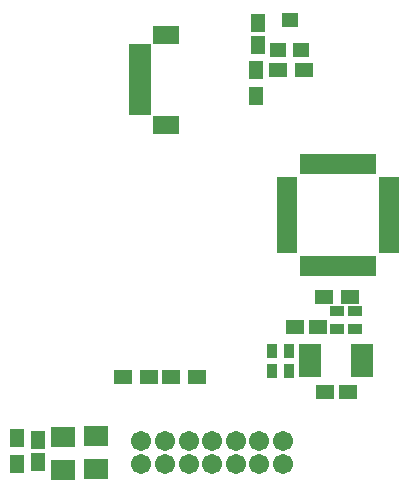
<source format=gbs>
G04 #@! TF.FileFunction,Soldermask,Bot*
%FSLAX46Y46*%
G04 Gerber Fmt 4.6, Leading zero omitted, Abs format (unit mm)*
G04 Created by KiCad (PCBNEW 4.0.6) date 08/27/17 11:03:30*
%MOMM*%
%LPD*%
G01*
G04 APERTURE LIST*
%ADD10C,0.100000*%
%ADD11R,1.850000X0.850000*%
%ADD12R,1.670000X0.933400*%
%ADD13R,0.933400X1.670000*%
%ADD14R,1.600000X1.150000*%
%ADD15R,1.300000X1.600000*%
%ADD16R,1.398220X1.299160*%
%ADD17R,1.150000X1.600000*%
%ADD18R,1.997660X1.799540*%
%ADD19R,1.600000X1.300000*%
%ADD20R,1.949400X0.999440*%
%ADD21R,2.198320X1.598880*%
%ADD22R,0.900000X1.300000*%
%ADD23R,1.300000X0.900000*%
%ADD24C,1.705560*%
G04 APERTURE END LIST*
D10*
D11*
X161223600Y-114622600D03*
X161223600Y-113972600D03*
X161223600Y-113322600D03*
X161223600Y-112672600D03*
X165623600Y-112672600D03*
X165623600Y-113322600D03*
X165623600Y-113972600D03*
X165623600Y-114622600D03*
D12*
X159334200Y-104153080D03*
X159334200Y-103352980D03*
X159334200Y-102552880D03*
X159334200Y-101752780D03*
X159334200Y-100955220D03*
X159334200Y-100155120D03*
X159334200Y-99355020D03*
X159334200Y-98554920D03*
D13*
X160827720Y-97061400D03*
X161627820Y-97061400D03*
X162427920Y-97061400D03*
X163228020Y-97061400D03*
X164025580Y-97061400D03*
X164825680Y-97061400D03*
X165625780Y-97061400D03*
X166425880Y-97061400D03*
D12*
X167916860Y-98554920D03*
X167916860Y-99355020D03*
X167916860Y-100155120D03*
X167916860Y-100955220D03*
X167916860Y-101752780D03*
X167916860Y-102552880D03*
X167916860Y-103352980D03*
X167916860Y-104153080D03*
D13*
X166425880Y-105644060D03*
X165625780Y-105644060D03*
X164825680Y-105644060D03*
X164025580Y-105644060D03*
X163228020Y-105644060D03*
X162427920Y-105644060D03*
X161627820Y-105644060D03*
X160827720Y-105644060D03*
D14*
X161884400Y-110802800D03*
X159984400Y-110802800D03*
D15*
X136474200Y-120218400D03*
X136474200Y-122418400D03*
X156667200Y-91278000D03*
X156667200Y-89078000D03*
D16*
X160510220Y-87411940D03*
X158513780Y-87411940D03*
X159512000Y-84816060D03*
D17*
X156870400Y-85062400D03*
X156870400Y-86962400D03*
D18*
X143129000Y-120071260D03*
X143129000Y-122870340D03*
X140360400Y-120122060D03*
X140360400Y-122921140D03*
D19*
X162425200Y-108262800D03*
X164625200Y-108262800D03*
X158513600Y-89060400D03*
X160713600Y-89060400D03*
X147607200Y-115070000D03*
X145407200Y-115070000D03*
X151671200Y-115070000D03*
X149471200Y-115070000D03*
D20*
X146839940Y-87409400D03*
X146839940Y-88410160D03*
X146839940Y-89410920D03*
X146839940Y-90409140D03*
X146839940Y-91407360D03*
X146839940Y-92408120D03*
D21*
X149062440Y-86111460D03*
X149062440Y-93708600D03*
D17*
X138226800Y-120368400D03*
X138226800Y-122268400D03*
D14*
X164424400Y-116340000D03*
X162524400Y-116340000D03*
D22*
X159500000Y-114587400D03*
X158000000Y-114587400D03*
X159500000Y-112885600D03*
X158000000Y-112885600D03*
D23*
X163525200Y-109494000D03*
X163525200Y-110994000D03*
X165049200Y-109494000D03*
X165049200Y-110994000D03*
D24*
X146970000Y-120470000D03*
X146970000Y-122468980D03*
X148968980Y-120470000D03*
X148968980Y-122468980D03*
X150967960Y-120470000D03*
X150967960Y-122468980D03*
X152969480Y-120470000D03*
X152969480Y-122468980D03*
X154968460Y-120470000D03*
X154968460Y-122468980D03*
X156969980Y-120470000D03*
X156969980Y-122468980D03*
X158968960Y-120470000D03*
X158968960Y-122468980D03*
M02*

</source>
